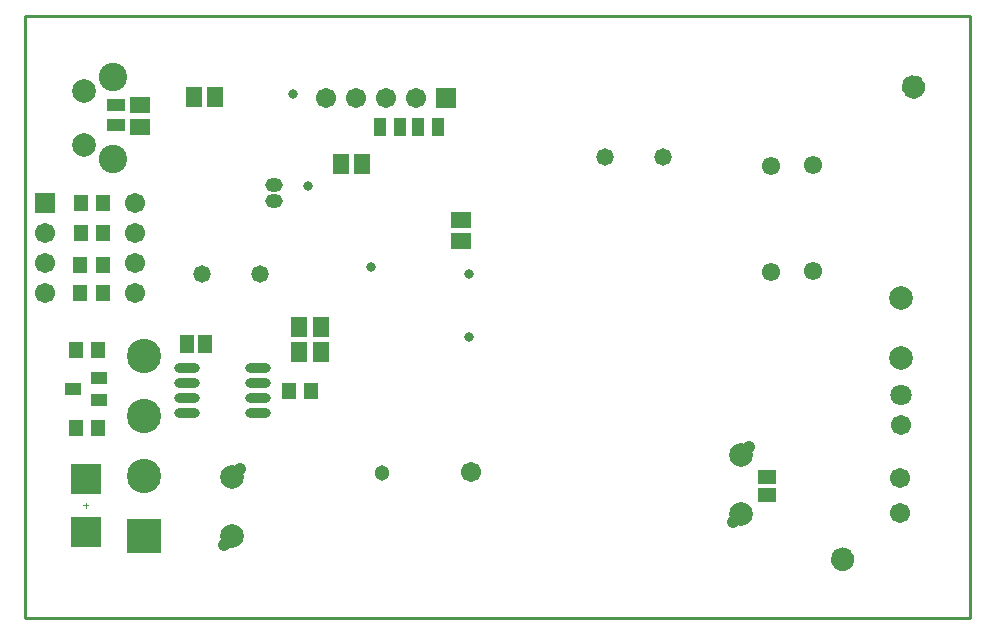
<source format=gbs>
%FSLAX25Y25*%
%MOIN*%
G70*
G01*
G75*
G04 Layer_Color=16711935*
%ADD10C,0.03937*%
%ADD11R,0.05315X0.06102*%
%ADD12O,0.07480X0.02362*%
%ADD13O,0.08268X0.01181*%
%ADD14O,0.01181X0.08268*%
%ADD15R,0.04528X0.10630*%
%ADD16R,0.04528X0.05709*%
%ADD17R,0.05118X0.03347*%
%ADD18O,0.23622X0.09843*%
G04:AMPARAMS|DCode=19|XSize=98.43mil|YSize=236.22mil|CornerRadius=0mil|HoleSize=0mil|Usage=FLASHONLY|Rotation=90.000|XOffset=0mil|YOffset=0mil|HoleType=Round|Shape=Octagon|*
%AMOCTAGOND19*
4,1,8,-0.11811,-0.02461,-0.11811,0.02461,-0.09350,0.04921,0.09350,0.04921,0.11811,0.02461,0.11811,-0.02461,0.09350,-0.04921,-0.09350,-0.04921,-0.11811,-0.02461,0.0*
%
%ADD19OCTAGOND19*%

%ADD20R,0.05118X0.05906*%
%ADD21R,0.03347X0.05118*%
%ADD22R,0.09213X0.08600*%
%ADD23R,0.02362X0.04528*%
%ADD24R,0.02362X0.07874*%
%ADD25O,0.02362X0.07874*%
%ADD26R,0.18898X0.20079*%
%ADD27R,0.03937X0.11811*%
%ADD28R,0.07874X0.01575*%
%ADD29R,0.01575X0.03937*%
%ADD30R,0.04724X0.03937*%
%ADD31R,0.05709X0.04528*%
%ADD32C,0.03937*%
%ADD33C,0.00800*%
%ADD34C,0.01500*%
%ADD35C,0.05000*%
%ADD36C,0.02000*%
%ADD37C,0.03000*%
%ADD38C,0.01200*%
%ADD39C,0.01000*%
%ADD40C,0.04000*%
%ADD41C,0.00394*%
%ADD42C,0.05906*%
%ADD43R,0.05906X0.05906*%
%ADD44C,0.04331*%
%ADD45O,0.05000X0.04000*%
%ADD46C,0.05000*%
%ADD47C,0.07087*%
%ADD48C,0.05315*%
%ADD49C,0.06299*%
%ADD50C,0.10630*%
%ADD51R,0.10630X0.10630*%
%ADD52C,0.08661*%
%ADD53C,0.02400*%
%ADD54C,0.03600*%
%ADD55R,0.03937X0.04724*%
%ADD56R,0.04331X0.05512*%
%ADD57R,0.04724X0.03150*%
%ADD58O,0.07874X0.02400*%
%ADD59O,0.07874X0.02402*%
%ADD60R,0.05512X0.04331*%
%ADD61R,0.09055X0.09055*%
%ADD62C,0.02362*%
%ADD63C,0.00984*%
%ADD64C,0.00787*%
%ADD65C,0.01575*%
%ADD66C,0.00700*%
%ADD67R,0.08000X0.01075*%
%ADD68R,0.07284X0.03866*%
%ADD69C,0.05906*%
%ADD70R,0.06115X0.06902*%
%ADD71O,0.08280X0.03162*%
%ADD72O,0.09068X0.01981*%
%ADD73O,0.01981X0.09068*%
%ADD74R,0.05328X0.11430*%
%ADD75R,0.05328X0.06509*%
%ADD76R,0.05918X0.04147*%
%ADD77O,0.24422X0.10642*%
G04:AMPARAMS|DCode=78|XSize=106.42mil|YSize=244.22mil|CornerRadius=0mil|HoleSize=0mil|Usage=FLASHONLY|Rotation=90.000|XOffset=0mil|YOffset=0mil|HoleType=Round|Shape=Octagon|*
%AMOCTAGOND78*
4,1,8,-0.12211,-0.02661,-0.12211,0.02661,-0.09550,0.05321,0.09550,0.05321,0.12211,0.02661,0.12211,-0.02661,0.09550,-0.05321,-0.09550,-0.05321,-0.12211,-0.02661,0.0*
%
%ADD78OCTAGOND78*%

%ADD79R,0.05918X0.06706*%
%ADD80R,0.04147X0.05918*%
%ADD81R,0.10013X0.09400*%
%ADD82R,0.03162X0.05328*%
%ADD83R,0.03162X0.08674*%
%ADD84O,0.03162X0.08674*%
%ADD85R,0.19698X0.20879*%
%ADD86R,0.04737X0.12611*%
%ADD87R,0.08674X0.02375*%
%ADD88R,0.02375X0.04737*%
%ADD89R,0.05524X0.04737*%
%ADD90R,0.06509X0.05328*%
%ADD91C,0.04737*%
%ADD92C,0.06706*%
%ADD93R,0.06706X0.06706*%
%ADD94C,0.05131*%
%ADD95O,0.05800X0.04800*%
%ADD96C,0.05800*%
%ADD97C,0.07887*%
%ADD98C,0.06115*%
%ADD99C,0.07099*%
%ADD100C,0.11430*%
%ADD101R,0.11430X0.11430*%
%ADD102C,0.09461*%
%ADD103C,0.03200*%
%ADD104R,0.04737X0.05524*%
%ADD105R,0.05131X0.06312*%
%ADD106R,0.05524X0.03950*%
%ADD107O,0.08674X0.03200*%
%ADD108O,0.08674X0.03202*%
%ADD109R,0.06312X0.05131*%
%ADD110R,0.09855X0.09855*%
D10*
X68920Y46994D02*
X71703Y49778D01*
X66136Y24603D02*
X68920Y27387D01*
X235836Y32110D02*
X238620Y34894D01*
Y54500D02*
X241404Y57284D01*
D39*
X0Y0D02*
X314961D01*
Y200787D01*
X0D02*
X314961D01*
X0Y0D02*
Y200787D01*
D41*
X20120Y36906D02*
Y38481D01*
X19332Y37694D02*
X20907D01*
D69*
X297047Y177165D02*
G03*
X297047Y177165I-984J0D01*
G01*
X273425Y19685D02*
G03*
X273425Y19685I-984J0D01*
G01*
D75*
X98463Y88894D02*
D03*
X91376D02*
D03*
X98463Y97094D02*
D03*
X91376D02*
D03*
X105276Y151494D02*
D03*
X112363D02*
D03*
X63363Y173894D02*
D03*
X56276D02*
D03*
D76*
X30120Y171140D02*
D03*
Y164447D02*
D03*
D80*
X124966Y163694D02*
D03*
X118273D02*
D03*
X137566D02*
D03*
X130873D02*
D03*
D90*
X38220Y163950D02*
D03*
Y171037D02*
D03*
X145420Y132737D02*
D03*
Y125650D02*
D03*
D91*
X296063Y177165D02*
D03*
X272441Y19685D02*
D03*
D92*
X36520Y108394D02*
D03*
Y118394D02*
D03*
Y128394D02*
D03*
Y138394D02*
D03*
X6520Y108394D02*
D03*
Y118394D02*
D03*
Y128394D02*
D03*
X148490Y48692D02*
D03*
X130420Y173494D02*
D03*
X120420D02*
D03*
X110420D02*
D03*
X100420D02*
D03*
X291820Y64494D02*
D03*
X291720Y34988D02*
D03*
Y46799D02*
D03*
D93*
X6520Y138394D02*
D03*
X140420Y173494D02*
D03*
D94*
X118962Y48594D02*
D03*
D95*
X83020Y144594D02*
D03*
Y138994D02*
D03*
D96*
X78232Y114794D02*
D03*
X59020D02*
D03*
X193420Y153894D02*
D03*
X212632D02*
D03*
D97*
X68920Y27309D02*
D03*
Y46994D02*
D03*
X291820Y86951D02*
D03*
Y106636D02*
D03*
X238620Y54579D02*
D03*
Y34894D02*
D03*
X19498Y175652D02*
D03*
Y157935D02*
D03*
D98*
X248620Y150810D02*
D03*
Y115377D02*
D03*
X262520Y115677D02*
D03*
Y151110D02*
D03*
D99*
X291820Y74494D02*
D03*
D100*
X39520Y87394D02*
D03*
Y67394D02*
D03*
Y47394D02*
D03*
D101*
Y27394D02*
D03*
D102*
X29341Y153014D02*
D03*
Y180573D02*
D03*
D103*
X148020Y93894D02*
D03*
Y114894D02*
D03*
X115157Y117126D02*
D03*
X89120Y174894D02*
D03*
X94120Y143994D02*
D03*
D104*
X25860Y108294D02*
D03*
X18380D02*
D03*
X25860Y117794D02*
D03*
X18380D02*
D03*
X26060Y128394D02*
D03*
X18579D02*
D03*
X25960Y138294D02*
D03*
X18480D02*
D03*
X95260Y75894D02*
D03*
X87779D02*
D03*
X24260Y89394D02*
D03*
X16780D02*
D03*
X24260Y63394D02*
D03*
X16780D02*
D03*
D105*
X54067Y91394D02*
D03*
X59973D02*
D03*
D106*
X24456Y80133D02*
D03*
Y72653D02*
D03*
X15795Y76393D02*
D03*
D107*
X53898Y78394D02*
D03*
Y73394D02*
D03*
X77520Y83394D02*
D03*
Y73394D02*
D03*
Y68394D02*
D03*
X53898D02*
D03*
D108*
X77520Y78394D02*
D03*
X53898Y83394D02*
D03*
D109*
X247420Y41241D02*
D03*
Y47146D02*
D03*
D110*
X20120Y28835D02*
D03*
Y46552D02*
D03*
M02*

</source>
